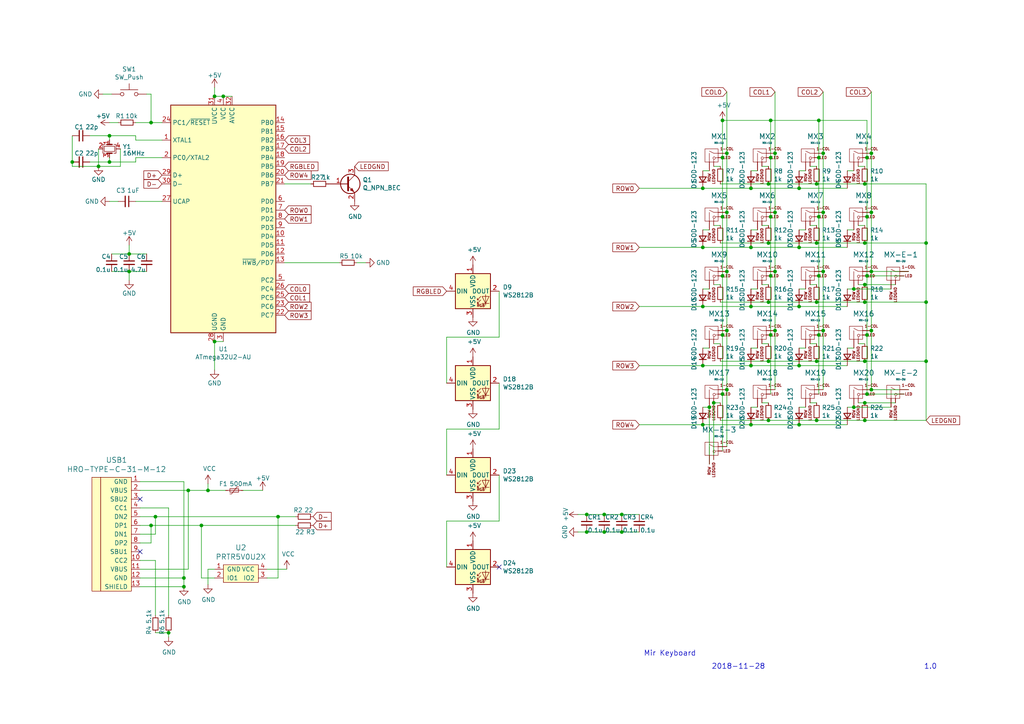
<source format=kicad_sch>
(kicad_sch (version 20230121) (generator eeschema)
  (paper "A4")
  (junction (at 170.18 149.225))
  (junction (at 53.34 170.18))
  (junction (at 54.61 142.24))
  (junction (at 217.805 54.61))
  (junction (at 222.885 121.92))
  (junction (at 180.34 154.305))
  (junction (at 224.79 95.885))
  (junction (at 238.76 95.885))
  (junction (at 222.885 87.63))
  (junction (at 28.575 48.26))
  (junction (at 268.605 87.63))
  (junction (at 231.775 106.045))
  (junction (at 238.76 78.74))
  (junction (at 175.26 154.305))
  (junction (at 250.825 82.55))
  (junction (at 223.52 97.155))
  (junction (at 43.815 152.4))
  (junction (at 217.805 123.19))
  (junction (at 205.74 118.11))
  (junction (at 251.46 80.01))
  (junction (at 180.34 149.225))
  (junction (at 252.73 44.45))
  (junction (at 80.645 149.86))
  (junction (at 236.855 53.34))
  (junction (at 250.825 116.84))
  (junction (at 231.775 88.9))
  (junction (at 251.46 114.3))
  (junction (at 250.825 121.92))
  (junction (at 209.55 62.865))
  (junction (at 252.73 61.595))
  (junction (at 247.65 118.11))
  (junction (at 236.855 70.485))
  (junction (at 223.52 80.01))
  (junction (at 210.82 95.885))
  (junction (at 64.77 27.94))
  (junction (at 268.605 70.485))
  (junction (at 238.76 61.595))
  (junction (at 236.855 104.775))
  (junction (at 209.55 97.155))
  (junction (at 175.26 149.225))
  (junction (at 210.82 113.03))
  (junction (at 224.79 61.595))
  (junction (at 20.955 46.99))
  (junction (at 43.815 35.56))
  (junction (at 237.49 80.01))
  (junction (at 237.49 34.925))
  (junction (at 231.775 54.61))
  (junction (at 210.82 44.45))
  (junction (at 251.46 62.865))
  (junction (at 224.79 44.45))
  (junction (at 252.73 78.74))
  (junction (at 31.75 46.99))
  (junction (at 48.895 183.515))
  (junction (at 217.805 88.9))
  (junction (at 223.52 34.925))
  (junction (at 222.885 70.485))
  (junction (at 268.605 104.775))
  (junction (at 209.55 34.925))
  (junction (at 217.805 71.755))
  (junction (at 251.46 45.72))
  (junction (at 207.01 116.84))
  (junction (at 237.49 97.155))
  (junction (at 210.82 61.595))
  (junction (at 170.18 154.305))
  (junction (at 210.82 78.74))
  (junction (at 222.885 53.34))
  (junction (at 209.55 45.72))
  (junction (at 203.835 71.755))
  (junction (at 238.76 44.45))
  (junction (at 60.325 142.24))
  (junction (at 62.23 99.06))
  (junction (at 247.65 83.82))
  (junction (at 37.465 78.74))
  (junction (at 250.825 87.63))
  (junction (at 31.75 39.37))
  (junction (at 217.805 106.045))
  (junction (at 203.835 88.9))
  (junction (at 251.46 97.155))
  (junction (at 224.79 78.74))
  (junction (at 62.23 27.94))
  (junction (at 237.49 62.865))
  (junction (at 37.465 73.66))
  (junction (at 209.55 114.3))
  (junction (at 252.73 113.03))
  (junction (at 58.42 152.4))
  (junction (at 45.085 149.86))
  (junction (at 53.34 167.64))
  (junction (at 231.775 123.19))
  (junction (at 203.835 54.61))
  (junction (at 203.835 106.045))
  (junction (at 237.49 45.72))
  (junction (at 236.855 87.63))
  (junction (at 250.825 104.775))
  (junction (at 223.52 62.865))
  (junction (at 252.73 95.885))
  (junction (at 203.835 123.19))
  (junction (at 236.855 121.92))
  (junction (at 209.55 80.01))
  (junction (at 223.52 45.72))
  (junction (at 250.825 53.34))
  (junction (at 222.885 104.775))
  (junction (at 250.825 70.485))
  (junction (at 231.775 71.755))
  (no_connect (at 40.64 144.78))
  (no_connect (at 144.78 164.465))
  (no_connect (at 40.64 160.02))
  (wire (pts (xy 208.915 70.485) (xy 222.885 70.485)))
  (wire (pts (xy 217.805 71.755) (xy 231.775 71.755)))
  (wire (pts (xy 250.825 99.695) (xy 248.92 99.695)))
  (wire (pts (xy 245.745 100.965) (xy 247.65 100.965)))
  (wire (pts (xy 224.79 44.45) (xy 224.79 61.595)))
  (wire (pts (xy 258.445 83.82) (xy 247.65 83.82)))
  (wire (pts (xy 210.82 113.03) (xy 210.82 129.54)))
  (wire (pts (xy 231.775 66.675) (xy 233.68 66.675)))
  (wire (pts (xy 203.835 83.82) (xy 205.74 83.82)))
  (wire (pts (xy 223.52 97.155) (xy 223.52 114.3)))
  (wire (pts (xy 217.805 106.045) (xy 203.835 106.045)))
  (wire (pts (xy 245.745 123.19) (xy 231.775 123.19)))
  (wire (pts (xy 144.78 97.79) (xy 129.54 97.79)))
  (wire (pts (xy 45.085 162.56) (xy 45.085 178.435)))
  (wire (pts (xy 210.82 113.03) (xy 210.82 95.885)))
  (wire (pts (xy 144.78 84.455) (xy 144.78 97.79)))
  (wire (pts (xy 43.815 152.4) (xy 40.64 152.4)))
  (wire (pts (xy 40.64 162.56) (xy 45.085 162.56)))
  (wire (pts (xy 222.885 53.34) (xy 236.855 53.34)))
  (wire (pts (xy 129.54 97.79) (xy 129.54 111.125)))
  (wire (pts (xy 62.23 99.06) (xy 64.77 99.06)))
  (wire (pts (xy 231.775 123.19) (xy 217.805 123.19)))
  (wire (pts (xy 40.64 170.18) (xy 53.34 170.18)))
  (wire (pts (xy 231.775 88.9) (xy 217.805 88.9)))
  (wire (pts (xy 54.61 142.24) (xy 54.61 165.1)))
  (wire (pts (xy 129.54 151.13) (xy 129.54 164.465)))
  (wire (pts (xy 224.79 78.74) (xy 224.79 95.885)))
  (wire (pts (xy 82.55 76.2) (xy 98.425 76.2)))
  (wire (pts (xy 236.855 82.55) (xy 234.95 82.55)))
  (wire (pts (xy 203.835 88.9) (xy 185.42 88.9)))
  (wire (pts (xy 209.55 130.81) (xy 209.55 114.3)))
  (wire (pts (xy 223.52 80.01) (xy 223.52 97.155)))
  (wire (pts (xy 53.34 170.18) (xy 53.34 167.64)))
  (wire (pts (xy 58.42 167.64) (xy 58.42 152.4)))
  (wire (pts (xy 245.745 54.61) (xy 231.775 54.61)))
  (wire (pts (xy 203.835 100.965) (xy 205.74 100.965)))
  (wire (pts (xy 46.99 40.64) (xy 39.37 40.64)))
  (wire (pts (xy 236.855 116.84) (xy 234.95 116.84)))
  (wire (pts (xy 250.825 53.34) (xy 268.605 53.34)))
  (wire (pts (xy 245.745 83.82) (xy 247.65 83.82)))
  (wire (pts (xy 237.49 80.01) (xy 237.49 62.865)))
  (wire (pts (xy 40.64 147.32) (xy 48.895 147.32)))
  (wire (pts (xy 223.52 62.865) (xy 223.52 80.01)))
  (wire (pts (xy 231.775 71.755) (xy 245.745 71.755)))
  (wire (pts (xy 222.885 70.485) (xy 236.855 70.485)))
  (wire (pts (xy 245.745 49.53) (xy 247.65 49.53)))
  (wire (pts (xy 238.76 95.885) (xy 238.76 78.74)))
  (wire (pts (xy 222.885 65.405) (xy 220.98 65.405)))
  (wire (pts (xy 20.955 46.99) (xy 20.955 48.26)))
  (wire (pts (xy 250.825 70.485) (xy 268.605 70.485)))
  (wire (pts (xy 53.34 167.64) (xy 40.64 167.64)))
  (wire (pts (xy 222.885 104.775) (xy 236.855 104.775)))
  (wire (pts (xy 250.825 48.26) (xy 248.92 48.26)))
  (wire (pts (xy 268.605 121.92) (xy 250.825 121.92)))
  (wire (pts (xy 209.55 34.925) (xy 223.52 34.925)))
  (wire (pts (xy 238.76 44.45) (xy 238.76 26.67)))
  (wire (pts (xy 262.255 114.3) (xy 251.46 114.3)))
  (wire (pts (xy 37.465 81.28) (xy 37.465 78.74)))
  (wire (pts (xy 208.915 87.63) (xy 222.885 87.63)))
  (wire (pts (xy 46.99 45.72) (xy 39.37 45.72)))
  (wire (pts (xy 251.46 97.155) (xy 251.46 114.3)))
  (wire (pts (xy 222.885 116.84) (xy 220.98 116.84)))
  (wire (pts (xy 54.61 142.24) (xy 60.325 142.24)))
  (wire (pts (xy 252.73 95.885) (xy 252.73 78.74)))
  (wire (pts (xy 80.645 167.64) (xy 80.645 149.86)))
  (wire (pts (xy 62.23 167.64) (xy 58.42 167.64)))
  (wire (pts (xy 210.82 78.74) (xy 210.82 61.595)))
  (wire (pts (xy 31.75 39.37) (xy 31.75 40.64)))
  (wire (pts (xy 237.49 34.925) (xy 251.46 34.925)))
  (wire (pts (xy 60.325 165.1) (xy 62.23 165.1)))
  (wire (pts (xy 236.855 121.92) (xy 222.885 121.92)))
  (wire (pts (xy 45.085 149.86) (xy 80.645 149.86)))
  (wire (pts (xy 210.82 44.45) (xy 210.82 26.67)))
  (wire (pts (xy 209.55 62.865) (xy 209.55 45.72)))
  (wire (pts (xy 238.76 113.03) (xy 238.76 95.885)))
  (wire (pts (xy 80.645 167.64) (xy 77.47 167.64)))
  (wire (pts (xy 90.17 53.34) (xy 82.55 53.34)))
  (wire (pts (xy 106.045 76.2) (xy 103.505 76.2)))
  (wire (pts (xy 208.915 104.775) (xy 222.885 104.775)))
  (wire (pts (xy 46.99 35.56) (xy 43.815 35.56)))
  (wire (pts (xy 236.855 53.34) (xy 250.825 53.34)))
  (wire (pts (xy 43.815 152.4) (xy 58.42 152.4)))
  (wire (pts (xy 175.26 149.225) (xy 180.34 149.225)))
  (wire (pts (xy 245.745 66.675) (xy 247.65 66.675)))
  (wire (pts (xy 207.01 116.84) (xy 207.01 133.35)))
  (wire (pts (xy 268.605 104.775) (xy 268.605 121.92)))
  (wire (pts (xy 54.61 165.1) (xy 40.64 165.1)))
  (wire (pts (xy 217.805 49.53) (xy 219.71 49.53)))
  (wire (pts (xy 144.78 151.13) (xy 129.54 151.13)))
  (wire (pts (xy 210.82 95.885) (xy 210.82 78.74)))
  (wire (pts (xy 262.255 80.01) (xy 251.46 80.01)))
  (wire (pts (xy 20.955 39.37) (xy 20.955 46.99)))
  (wire (pts (xy 236.855 48.26) (xy 234.95 48.26)))
  (wire (pts (xy 209.55 45.72) (xy 209.55 34.925)))
  (wire (pts (xy 26.035 46.99) (xy 31.75 46.99)))
  (wire (pts (xy 258.445 118.11) (xy 247.65 118.11)))
  (wire (pts (xy 29.845 27.305) (xy 32.385 27.305)))
  (wire (pts (xy 224.79 26.67) (xy 224.79 44.45)))
  (wire (pts (xy 217.805 83.82) (xy 219.71 83.82)))
  (wire (pts (xy 222.885 48.26) (xy 220.98 48.26)))
  (wire (pts (xy 224.79 61.595) (xy 224.79 78.74)))
  (wire (pts (xy 217.805 118.11) (xy 219.71 118.11)))
  (wire (pts (xy 180.34 149.225) (xy 185.42 149.225)))
  (wire (pts (xy 31.75 35.56) (xy 34.29 35.56)))
  (wire (pts (xy 223.52 34.925) (xy 237.49 34.925)))
  (wire (pts (xy 40.64 157.48) (xy 43.815 157.48)))
  (wire (pts (xy 231.775 54.61) (xy 217.805 54.61)))
  (wire (pts (xy 203.835 54.61) (xy 185.42 54.61)))
  (wire (pts (xy 62.23 107.315) (xy 62.23 99.06)))
  (wire (pts (xy 236.855 65.405) (xy 234.95 65.405)))
  (wire (pts (xy 32.385 78.74) (xy 37.465 78.74)))
  (wire (pts (xy 222.885 82.55) (xy 220.98 82.55)))
  (wire (pts (xy 231.775 49.53) (xy 233.68 49.53)))
  (wire (pts (xy 231.775 106.045) (xy 217.805 106.045)))
  (wire (pts (xy 250.825 82.55) (xy 248.92 82.55)))
  (wire (pts (xy 175.26 154.305) (xy 180.34 154.305)))
  (wire (pts (xy 222.885 87.63) (xy 236.855 87.63)))
  (wire (pts (xy 203.835 71.755) (xy 217.805 71.755)))
  (wire (pts (xy 237.49 45.72) (xy 237.49 34.925)))
  (wire (pts (xy 180.34 154.305) (xy 185.42 154.305)))
  (wire (pts (xy 203.835 66.675) (xy 205.74 66.675)))
  (wire (pts (xy 60.325 142.24) (xy 65.405 142.24)))
  (wire (pts (xy 223.52 34.925) (xy 223.52 45.72)))
  (wire (pts (xy 252.73 61.595) (xy 252.73 44.45)))
  (wire (pts (xy 236.855 87.63) (xy 250.825 87.63)))
  (wire (pts (xy 238.76 61.595) (xy 238.76 44.45)))
  (wire (pts (xy 223.52 45.72) (xy 223.52 62.865)))
  (wire (pts (xy 250.825 87.63) (xy 268.605 87.63)))
  (wire (pts (xy 64.77 27.94) (xy 67.31 27.94)))
  (wire (pts (xy 217.805 100.965) (xy 219.71 100.965)))
  (wire (pts (xy 60.325 140.335) (xy 60.325 142.24)))
  (wire (pts (xy 144.78 111.125) (xy 144.78 124.46)))
  (wire (pts (xy 252.73 113.03) (xy 252.73 95.885)))
  (wire (pts (xy 251.46 62.865) (xy 251.46 80.01)))
  (wire (pts (xy 208.915 99.695) (xy 207.01 99.695)))
  (wire (pts (xy 28.575 43.18) (xy 28.575 48.26)))
  (wire (pts (xy 144.78 137.795) (xy 144.78 151.13)))
  (wire (pts (xy 34.925 48.26) (xy 34.925 43.18)))
  (wire (pts (xy 45.085 149.86) (xy 45.085 154.94)))
  (wire (pts (xy 237.49 114.3) (xy 237.49 97.155)))
  (wire (pts (xy 209.55 97.155) (xy 209.55 80.01)))
  (wire (pts (xy 62.23 27.94) (xy 64.77 27.94)))
  (wire (pts (xy 45.085 154.94) (xy 40.64 154.94)))
  (wire (pts (xy 237.49 97.155) (xy 237.49 80.01)))
  (wire (pts (xy 268.605 87.63) (xy 268.605 104.775)))
  (wire (pts (xy 245.745 88.9) (xy 231.775 88.9)))
  (wire (pts (xy 238.76 78.74) (xy 238.76 61.595)))
  (wire (pts (xy 231.775 100.965) (xy 233.68 100.965)))
  (wire (pts (xy 205.74 134.62) (xy 205.74 118.11)))
  (wire (pts (xy 31.75 45.72) (xy 31.75 46.99)))
  (wire (pts (xy 43.815 35.56) (xy 39.37 35.56)))
  (wire (pts (xy 42.545 27.305) (xy 43.815 27.305)))
  (wire (pts (xy 208.915 53.34) (xy 222.885 53.34)))
  (wire (pts (xy 208.915 65.405) (xy 207.01 65.405)))
  (wire (pts (xy 237.49 62.865) (xy 237.49 45.72)))
  (wire (pts (xy 53.34 139.7) (xy 53.34 167.64)))
  (wire (pts (xy 26.035 39.37) (xy 31.75 39.37)))
  (wire (pts (xy 45.085 183.515) (xy 48.895 183.515)))
  (wire (pts (xy 39.37 58.42) (xy 46.99 58.42)))
  (wire (pts (xy 208.915 82.55) (xy 207.01 82.55)))
  (wire (pts (xy 252.73 78.74) (xy 263.525 78.74)))
  (wire (pts (xy 250.825 82.55) (xy 259.715 82.55)))
  (wire (pts (xy 31.75 58.42) (xy 34.29 58.42)))
  (wire (pts (xy 58.42 152.4) (xy 85.725 152.4)))
  (wire (pts (xy 210.82 61.595) (xy 210.82 44.45)))
  (wire (pts (xy 39.37 45.72) (xy 39.37 46.99)))
  (wire (pts (xy 144.78 124.46) (xy 129.54 124.46)))
  (wire (pts (xy 167.64 154.305) (xy 170.18 154.305)))
  (wire (pts (xy 40.64 149.86) (xy 45.085 149.86)))
  (wire (pts (xy 203.835 49.53) (xy 205.74 49.53)))
  (wire (pts (xy 268.605 53.34) (xy 268.605 70.485)))
  (wire (pts (xy 70.485 142.24) (xy 76.2 142.24)))
  (wire (pts (xy 217.805 54.61) (xy 203.835 54.61)))
  (wire (pts (xy 31.75 39.37) (xy 39.37 39.37)))
  (wire (pts (xy 245.745 118.11) (xy 247.65 118.11)))
  (wire (pts (xy 37.465 73.66) (xy 42.545 73.66)))
  (wire (pts (xy 222.885 99.695) (xy 220.98 99.695)))
  (wire (pts (xy 48.895 184.785) (xy 48.895 183.515)))
  (wire (pts (xy 39.37 40.64) (xy 39.37 39.37)))
  (wire (pts (xy 62.23 25.4) (xy 62.23 27.94)))
  (wire (pts (xy 37.465 71.12) (xy 37.465 73.66)))
  (wire (pts (xy 231.775 118.11) (xy 233.68 118.11)))
  (wire (pts (xy 250.825 116.84) (xy 248.92 116.84)))
  (wire (pts (xy 217.805 123.19) (xy 203.835 123.19)))
  (wire (pts (xy 80.645 149.86) (xy 85.725 149.86)))
  (wire (pts (xy 170.18 154.305) (xy 175.26 154.305)))
  (wire (pts (xy 224.79 95.885) (xy 224.79 113.03)))
  (wire (pts (xy 251.46 45.72) (xy 251.46 62.865)))
  (wire (pts (xy 48.895 147.32) (xy 48.895 178.435)))
  (wire (pts (xy 32.385 73.66) (xy 37.465 73.66)))
  (wire (pts (xy 250.825 104.775) (xy 268.605 104.775)))
  (wire (pts (xy 209.55 80.01) (xy 209.55 62.865)))
  (wire (pts (xy 208.915 48.26) (xy 207.01 48.26)))
  (wire (pts (xy 236.855 104.775) (xy 250.825 104.775)))
  (wire (pts (xy 43.815 27.305) (xy 43.815 35.56)))
  (wire (pts (xy 209.55 114.3) (xy 209.55 97.155)))
  (wire (pts (xy 252.73 44.45) (xy 252.73 26.67)))
  (wire (pts (xy 231.775 83.82) (xy 233.68 83.82)))
  (wire (pts (xy 217.805 66.675) (xy 219.71 66.675)))
  (wire (pts (xy 252.73 113.03) (xy 263.525 113.03)))
  (wire (pts (xy 217.805 88.9) (xy 203.835 88.9)))
  (wire (pts (xy 170.18 149.225) (xy 175.26 149.225)))
  (wire (pts (xy 222.885 121.92) (xy 208.915 121.92)))
  (wire (pts (xy 31.75 46.99) (xy 39.37 46.99)))
  (wire (pts (xy 20.955 48.26) (xy 28.575 48.26)))
  (wire (pts (xy 250.825 116.84) (xy 259.715 116.84)))
  (wire (pts (xy 185.42 71.755) (xy 203.835 71.755)))
  (wire (pts (xy 167.64 149.225) (xy 170.18 149.225)))
  (wire (pts (xy 203.835 123.19) (xy 185.42 123.19)))
  (wire (pts (xy 251.46 80.01) (xy 251.46 97.155)))
  (wire (pts (xy 236.855 70.485) (xy 250.825 70.485)))
  (wire (pts (xy 43.815 157.48) (xy 43.815 152.4)))
  (wire (pts (xy 60.325 169.545) (xy 60.325 165.1)))
  (wire (pts (xy 28.575 48.26) (xy 34.925 48.26)))
  (wire (pts (xy 250.825 121.92) (xy 236.855 121.92)))
  (wire (pts (xy 236.855 99.695) (xy 234.95 99.695)))
  (wire (pts (xy 268.605 70.485) (xy 268.605 87.63)))
  (wire (pts (xy 203.835 118.11) (xy 205.74 118.11)))
  (wire (pts (xy 250.825 65.405) (xy 248.92 65.405)))
  (wire (pts (xy 37.465 78.74) (xy 42.545 78.74)))
  (wire (pts (xy 40.64 139.7) (xy 53.34 139.7)))
  (wire (pts (xy 40.64 142.24) (xy 54.61 142.24)))
  (wire (pts (xy 203.835 106.045) (xy 185.42 106.045)))
  (wire (pts (xy 129.54 124.46) (xy 129.54 137.795)))
  (wire (pts (xy 252.73 78.74) (xy 252.73 61.595)))
  (wire (pts (xy 245.745 106.045) (xy 231.775 106.045)))
  (wire (pts (xy 83.185 165.1) (xy 77.47 165.1)))
  (wire (pts (xy 251.46 34.925) (xy 251.46 45.72)))
  (wire (pts (xy 208.915 116.84) (xy 207.01 116.84)))
  (text "Mir Keyboard\n" (at 186.69 190.5 0) (effects (font (size 1.524 1.524)) (justify left bottom)))
  (text "2018-11-28" (at 206.375 194.31 0) (effects (font (size 1.524 1.524)) (justify left bottom)))
  (text "1.0" (at 267.97 194.31 0) (effects (font (size 1.524 1.524)) (justify left bottom)))
  (global_label "COL2" (shape input) (at 238.76 26.67 180) (property "Intersheetrefs" "${INTERSHEET_REFS}" (effects hide)))
  (global_label "COL1" (shape input) (at 224.79 26.67 180) (property "Intersheetrefs" "${INTERSHEET_REFS}" (effects hide)))
  (global_label "COL2" (shape input) (at 82.55 43.18 0) (property "Intersheetrefs" "${INTERSHEET_REFS}" (effects hide)))
  (global_label "D-" (shape input) (at 46.99 53.34 180) (property "Intersheetrefs" "${INTERSHEET_REFS}" (effects hide)))
  (global_label "ROW0" (shape input) (at 82.55 60.96 0) (property "Intersheetrefs" "${INTERSHEET_REFS}" (effects hide)))
  (global_label "ROW1" (shape input) (at 185.42 71.755 180) (property "Intersheetrefs" "${INTERSHEET_REFS}" (effects hide)))
  (global_label "RGBLED" (shape input) (at 129.54 84.455 180) (property "Intersheetrefs" "${INTERSHEET_REFS}" (effects hide)))
  (global_label "D+" (shape input) (at 46.99 50.8 180) (property "Intersheetrefs" "${INTERSHEET_REFS}" (effects hide)))
  (global_label "ROW2" (shape input) (at 82.55 88.9 0) (property "Intersheetrefs" "${INTERSHEET_REFS}" (effects hide)))
  (global_label "COL0" (shape input) (at 82.55 83.82 0) (property "Intersheetrefs" "${INTERSHEET_REFS}" (effects hide)))
  (global_label "D+" (shape input) (at 90.805 152.4 0) (property "Intersheetrefs" "${INTERSHEET_REFS}" (effects hide)))
  (global_label "ROW4" (shape input) (at 185.42 123.19 180) (property "Intersheetrefs" "${INTERSHEET_REFS}" (effects hide)))
  (global_label "COL3" (shape input) (at 252.73 26.67 180) (property "Intersheetrefs" "${INTERSHEET_REFS}" (effects hide)))
  (global_label "ROW3" (shape input) (at 185.42 106.045 180) (property "Intersheetrefs" "${INTERSHEET_REFS}" (effects hide)))
  (global_label "COL3" (shape input) (at 82.55 40.64 0) (property "Intersheetrefs" "${INTERSHEET_REFS}" (effects hide)))
  (global_label "COL1" (shape input) (at 82.55 86.36 0) (property "Intersheetrefs" "${INTERSHEET_REFS}" (effects hide)))
  (global_label "ROW3" (shape input) (at 82.55 91.44 0) (property "Intersheetrefs" "${INTERSHEET_REFS}" (effects hide)))
  (global_label "COL0" (shape input) (at 210.82 26.67 180) (property "Intersheetrefs" "${INTERSHEET_REFS}" (effects hide)))
  (global_label "RGBLED" (shape input) (at 82.55 48.26 0) (property "Intersheetrefs" "${INTERSHEET_REFS}" (effects hide)))
  (global_label "ROW2" (shape input) (at 185.42 88.9 180) (property "Intersheetrefs" "${INTERSHEET_REFS}" (effects hide)))
  (global_label "ROW0" (shape input) (at 185.42 54.61 180) (property "Intersheetrefs" "${INTERSHEET_REFS}" (effects hide)))
  (global_label "D-" (shape input) (at 90.805 149.86 0) (property "Intersheetrefs" "${INTERSHEET_REFS}" (effects hide)))
  (global_label "LEDGND" (shape input) (at 268.605 121.92 0) (property "Intersheetrefs" "${INTERSHEET_REFS}" (effects hide)))
  (global_label "ROW4" (shape input) (at 82.55 50.8 0) (property "Intersheetrefs" "${INTERSHEET_REFS}" (effects hide)))
  (global_label "ROW1" (shape input) (at 82.55 63.5 0) (property "Intersheetrefs" "${INTERSHEET_REFS}" (effects hide)))
  (global_label "LEDGND" (shape input) (at 102.87 48.26 0) (property "Intersheetrefs" "${INTERSHEET_REFS}" (effects hide)))
  (symbol (lib_id "Voyager20-rescue:Crystal_GND24_Small-Device") (at 31.75 43.18 270) (unit 1)
    (property "Reference" "Y1" (at 35.56 42.545 90) (effects (justify left)))
    (property "Value" "16MHz" (at 35.56 44.45 90) (effects (justify left)))
    (property "Footprint" "Crystals:Crystal_SMD_3225-4pin_3.2x2.5mm" (effects hide))
  )
  (symbol (lib_id "Device:C_Small") (at 23.495 39.37 270) (unit 1)
    (property "Reference" "C1" (at 21.59 36.83 90) (effects (justify left)))
    (property "Value" "22p" (at 24.765 36.83 90) (effects (justify left)))
    (property "Footprint" "Capacitors_SMD:C_0603" (effects hide))
  )
  (symbol (lib_id "Device:C_Small") (at 23.495 46.99 270) (unit 1)
    (property "Reference" "C2" (at 21.59 44.45 90) (effects (justify left)))
    (property "Value" "22p" (at 24.765 44.45 90) (effects (justify left)))
    (property "Footprint" "Capacitors_SMD:C_0603" (effects hide))
  )
  (symbol (lib_id "power:GND") (at 28.575 48.26 0) (unit 1)
    (property "Reference" "#PWR01" (effects hide))
    (property "Value" "GND" (at 28.575 52.07 0))
  )
  (symbol (lib_id "Device:R_Small") (at 36.83 35.56 90) (unit 1)
    (property "Reference" "R1" (at 36.195 33.655 90) (effects (justify left)))
    (property "Value" "10k" (at 40.005 33.655 90) (effects (justify left)))
    (property "Footprint" "Resistors_SMD:R_0805" (effects hide))
  )
  (symbol (lib_id "power:+5V") (at 31.75 35.56 90) (unit 1)
    (property "Reference" "#PWR03" (effects hide))
    (property "Value" "+5V" (at 29.845 33.655 90))
  )
  (symbol (lib_id "Device:C_Small") (at 36.83 58.42 270) (unit 1)
    (property "Reference" "C3" (at 33.655 55.245 90) (effects (justify left)))
    (property "Value" "1uF" (at 36.83 55.245 90) (effects (justify left)))
    (property "Footprint" "Capacitors_SMD:C_0603" (effects hide))
  )
  (symbol (lib_id "power:GND") (at 31.75 58.42 270) (unit 1)
    (property "Reference" "#PWR04" (effects hide))
    (property "Value" "GND" (at 26.67 58.42 90))
  )
  (symbol (lib_id "Device:R_Small") (at 88.265 149.86 270) (unit 1)
    (property "Reference" "R2" (at 85.09 147.955 90) (effects (justify left)))
    (property "Value" "22" (at 88.265 147.955 90) (effects (justify left)))
    (property "Footprint" "Resistors_SMD:R_0805" (effects hide))
  )
  (symbol (lib_id "Device:R_Small") (at 88.265 152.4 90) (unit 1)
    (property "Reference" "R3" (at 91.44 154.305 90) (effects (justify left)))
    (property "Value" "22" (at 88.265 154.305 90) (effects (justify left)))
    (property "Footprint" "Resistors_SMD:R_0805" (effects hide))
  )
  (symbol (lib_id "Device:Polyfuse_Small") (at 67.945 142.24 270) (unit 1)
    (property "Reference" "F1" (at 64.77 140.335 90))
    (property "Value" "500mA" (at 69.85 140.335 90))
    (property "Footprint" "Fuse_Holders_and_Fuses:Fuse_SMD1206_Reflow" (effects hide))
  )
  (symbol (lib_id "power:+5V") (at 76.2 142.24 0) (unit 1)
    (property "Reference" "#PWR08" (effects hide))
    (property "Value" "+5V" (at 76.2 138.684 0))
  )
  (symbol (lib_id "power:GND") (at 62.23 107.315 0) (unit 1)
    (property "Reference" "#PWR010" (effects hide))
    (property "Value" "GND" (at 62.23 111.125 0))
  )
  (symbol (lib_id "power:+5V") (at 62.23 25.4 0) (unit 1)
    (property "Reference" "#PWR011" (effects hide))
    (property "Value" "+5V" (at 62.23 21.844 0))
  )
  (symbol (lib_id "Device:R_Small") (at 100.965 76.2 270) (unit 1)
    (property "Reference" "R5" (at 98.425 74.295 90) (effects (justify left)))
    (property "Value" "10k" (at 101.6 74.295 90) (effects (justify left)))
    (property "Footprint" "Resistors_SMD:R_0805" (effects hide))
  )
  (symbol (lib_id "power:GND") (at 106.045 76.2 90) (unit 1)
    (property "Reference" "#PWR013" (effects hide))
    (property "Value" "GND" (at 111.125 76.2 90))
  )
  (symbol (lib_id "Device:C_Small") (at 32.385 76.2 0) (mirror y) (unit 1)
    (property "Reference" "C4" (at 32.131 74.422 0) (effects (justify left)))
    (property "Value" "0.1u" (at 32.131 78.232 0) (effects (justify left)))
    (property "Footprint" "Capacitors_SMD:C_0603" (effects hide))
  )
  (symbol (lib_id "Device:C_Small") (at 37.465 76.2 0) (mirror y) (unit 1)
    (property "Reference" "C5" (at 37.211 74.422 0) (effects (justify left)))
    (property "Value" "0.1u" (at 37.211 78.232 0) (effects (justify left)))
    (property "Footprint" "Capacitors_SMD:C_0603" (effects hide))
  )
  (symbol (lib_id "Device:C_Small") (at 42.545 76.2 0) (mirror y) (unit 1)
    (property "Reference" "C6" (at 42.291 74.422 0) (effects (justify left)))
    (property "Value" "4.7u" (at 42.291 78.232 0) (effects (justify left)))
    (property "Footprint" "Capacitors_SMD:C_0603" (effects hide))
  )
  (symbol (lib_id "power:+5V") (at 37.465 71.12 0) (unit 1)
    (property "Reference" "#PWR022" (effects hide))
    (property "Value" "+5V" (at 37.465 67.564 0))
  )
  (symbol (lib_id "power:GND") (at 37.465 81.28 0) (unit 1)
    (property "Reference" "#PWR023" (effects hide))
    (property "Value" "GND" (at 37.465 85.09 0))
  )
  (symbol (lib_id "power:GND") (at 29.845 27.305 270) (unit 1)
    (property "Reference" "#PWR024" (effects hide))
    (property "Value" "GND" (at 24.765 27.305 90))
  )
  (symbol (lib_id "Device:C_Small") (at 170.18 151.765 0) (unit 1)
    (property "Reference" "CR1" (at 170.434 149.987 0) (effects (justify left)))
    (property "Value" "0.1u" (at 170.434 153.797 0) (effects (justify left)))
    (property "Footprint" "Capacitors_SMD:C_0603" (effects hide))
  )
  (symbol (lib_id "Device:C_Small") (at 175.26 151.765 0) (unit 1)
    (property "Reference" "CR2" (at 175.514 149.987 0) (effects (justify left)))
    (property "Value" "0.1u" (at 175.514 153.797 0) (effects (justify left)))
    (property "Footprint" "Capacitors_SMD:C_0603" (effects hide))
  )
  (symbol (lib_id "Device:C_Small") (at 180.34 151.765 0) (unit 1)
    (property "Reference" "CR3" (at 180.594 149.987 0) (effects (justify left)))
    (property "Value" "0.1u" (at 180.594 153.797 0) (effects (justify left)))
    (property "Footprint" "Capacitors_SMD:C_0603" (effects hide))
  )
  (symbol (lib_id "Device:C_Small") (at 185.42 151.765 0) (unit 1)
    (property "Reference" "CR4" (at 185.674 149.987 0) (effects (justify left)))
    (property "Value" "0.1u" (at 185.674 153.797 0) (effects (justify left)))
    (property "Footprint" "Capacitors_SMD:C_0603" (effects hide))
  )
  (symbol (lib_id "power:+5V") (at 167.64 149.225 90) (unit 1)
    (property "Reference" "#PWR018" (effects hide))
    (property "Value" "+5V" (at 164.084 149.225 0))
  )
  (symbol (lib_id "power:GND") (at 167.64 154.305 270) (unit 1)
    (property "Reference" "#PWR019" (effects hide))
    (property "Value" "GND" (at 163.83 154.305 0))
  )
  (symbol (lib_id "Voyager20-rescue:HRO-TYPE-C-31-M-12-Type-C") (at 38.1 153.67 0) (unit 1)
    (property "Reference" "USB1" (at 33.8074 133.4262 0) (effects (font (size 1.524 1.524))))
    (property "Value" "HRO-TYPE-C-31-M-12" (at 33.8074 136.1186 0) (effects (font (size 1.524 1.524))))
    (property "Footprint" "Type-C:HRO-TYPE-C-31-M-12-Assembly" (effects hide))
  )
  (symbol (lib_id "Device:R_Small") (at 45.085 180.975 0) (unit 1)
    (property "Reference" "R4" (at 43.18 184.15 90) (effects (justify left)))
    (property "Value" "5.1k" (at 43.18 180.975 90) (effects (justify left)))
    (property "Footprint" "Resistors_SMD:R_0805" (effects hide))
  )
  (symbol (lib_id "Device:R_Small") (at 48.895 180.975 0) (unit 1)
    (property "Reference" "R6" (at 46.99 184.15 90) (effects (justify left)))
    (property "Value" "5.1k" (at 46.99 180.975 90) (effects (justify left)))
    (property "Footprint" "Resistors_SMD:R_0805" (effects hide))
  )
  (symbol (lib_id "ai03-locallib:PRTR5V0U2X") (at 69.85 166.37 0) (unit 1)
    (property "Reference" "U2" (at 69.85 158.8262 0) (effects (font (size 1.524 1.524))))
    (property "Value" "PRTR5V0U2X" (at 69.85 161.5186 0) (effects (font (size 1.524 1.524))))
    (property "Footprint" "random-keyboard-parts:SOT143B" (effects hide))
  )
  (symbol (lib_id "power:GND") (at 60.325 169.545 0) (unit 1)
    (property "Reference" "#PWR0101" (effects hide))
    (property "Value" "GND" (at 60.452 173.9392 0))
  )
  (symbol (lib_id "power:VCC") (at 83.185 165.1 0) (unit 1)
    (property "Reference" "#PWR0102" (effects hide))
    (property "Value" "VCC" (at 83.6168 160.7058 0))
  )
  (symbol (lib_id "power:VCC") (at 60.325 140.335 0) (unit 1)
    (property "Reference" "#PWR0103" (effects hide))
    (property "Value" "VCC" (at 60.7568 135.9408 0))
  )
  (symbol (lib_id "power:GND") (at 48.895 184.785 0) (unit 1)
    (property "Reference" "#PWR0104" (effects hide))
    (property "Value" "GND" (at 49.022 189.1792 0))
  )
  (symbol (lib_id "power:GND") (at 53.34 170.18 0) (unit 1)
    (property "Reference" "#PWR0105" (effects hide))
    (property "Value" "GND" (at 53.467 174.5742 0))
  )
  (symbol (lib_id "Voyager20-rescue:ATmega32U2-AU-MCU_Microchip_ATmega") (at 64.77 63.5 0) (unit 1)
    (property "Reference" "U1" (at 64.77 101.2444 0))
    (property "Value" "ATmega32U2-AU" (at 64.77 103.5558 0))
    (property "Footprint" "Housings_DFN_QFN:QFN-32-1EP_5x5mm_Pitch0.5mm" (effects hide))
    (property "Datasheet" "http://ww1.microchip.com/downloads/en/DeviceDoc/doc7799.pdf" (effects hide))
  )
  (symbol (lib_id "Switch:SW_Push") (at 37.465 27.305 0) (unit 1)
    (property "Reference" "SW1" (at 37.465 20.066 0))
    (property "Value" "SW_Push" (at 37.465 22.3774 0))
    (property "Footprint" "random-keyboard-parts:SKQG-1155865" (effects hide))
  )
  (symbol (lib_id "Voyager20-rescue:MX-1U-MX_Alps_Hybrids") (at 206.375 45.085 0) (unit 1)
    (property "Reference" "MX1" (at 208.5594 39.5732 0) (effects (font (size 1.524 1.524))))
    (property "Value" "MX-1U" (at 208.5594 41.4528 0) (effects (font (size 0.508 0.508))))
    (property "Footprint" "MX_Alps_Hybrid:MX-1U" (effects hide))
  )
  (symbol (lib_id "Device:D_Small") (at 203.835 52.07 90) (unit 1)
    (property "Reference" "D1" (at 201.295 52.07 0) (effects (justify right)))
    (property "Value" "SOD-123" (at 201.295 43.815 0) (effects (justify right)))
    (property "Footprint" "Diodes_SMD:D_SOD-123" (effects hide))
  )
  (symbol (lib_id "Device:R_Small") (at 208.915 50.8 0) (unit 1)
    (property "Reference" "R7" (at 210.4136 49.6316 0) (effects (justify left)))
    (property "Value" "1k" (at 210.4136 51.943 0) (effects (justify left)))
    (property "Footprint" "Resistors_SMD:R_0805" (effects hide))
  )
  (symbol (lib_id "Voyager20-rescue:MX-1U-MX_Alps_Hybrids") (at 220.345 45.085 0) (unit 1)
    (property "Reference" "MX2" (at 222.5294 39.5732 0) (effects (font (size 1.524 1.524))))
    (property "Value" "MX-1U" (at 222.5294 41.4528 0) (effects (font (size 0.508 0.508))))
    (property "Footprint" "MX_Alps_Hybrid:MX-1U" (effects hide))
  )
  (symbol (lib_id "Device:D_Small") (at 217.805 52.07 90) (unit 1)
    (property "Reference" "D2" (at 215.265 52.07 0) (effects (justify right)))
    (property "Value" "SOD-123" (at 215.265 43.815 0) (effects (justify right)))
    (property "Footprint" "Diodes_SMD:D_SOD-123" (effects hide))
  )
  (symbol (lib_id "Device:R_Small") (at 222.885 50.8 0) (unit 1)
    (property "Reference" "R8" (at 224.3836 49.6316 0) (effects (justify left)))
    (property "Value" "1k" (at 224.3836 51.943 0) (effects (justify left)))
    (property "Footprint" "Resistors_SMD:R_0805" (effects hide))
  )
  (symbol (lib_id "Voyager20-rescue:MX-1U-MX_Alps_Hybrids") (at 234.315 45.085 0) (unit 1)
    (property "Reference" "MX3" (at 236.4994 39.5732 0) (effects (font (size 1.524 1.524))))
    (property "Value" "MX-1U" (at 236.4994 41.4528 0) (effects (font (size 0.508 0.508))))
    (property "Footprint" "MX_Alps_Hybrid:MX-1U" (effects hide))
  )
  (symbol (lib_id "Device:D_Small") (at 231.775 52.07 90) (unit 1)
    (property "Reference" "D3" (at 229.235 52.07 0) (effects (justify right)))
    (property "Value" "SOD-123" (at 229.235 43.815 0) (effects (justify right)))
    (property "Footprint" "Diodes_SMD:D_SOD-123" (effects hide))
  )
  (symbol (lib_id "Device:R_Small") (at 236.855 50.8 0) (unit 1)
    (property "Reference" "R9" (at 238.3536 49.6316 0) (effects (justify left)))
    (property "Value" "1k" (at 238.3536 51.943 0) (effects (justify left)))
    (property "Footprint" "Resistors_SMD:R_0805" (effects hide))
  )
  (symbol (lib_id "Voyager20-rescue:MX-1U-MX_Alps_Hybrids") (at 248.285 45.085 0) (unit 1)
    (property "Reference" "MX4" (at 250.4694 39.5732 0) (effects (font (size 1.524 1.524))))
    (property "Value" "MX-1U" (at 250.4694 41.4528 0) (effects (font (size 0.508 0.508))))
    (property "Footprint" "MX_Alps_Hybrid:MX-1U" (effects hide))
  )
  (symbol (lib_id "Device:D_Small") (at 245.745 52.07 90) (unit 1)
    (property "Reference" "D4" (at 243.205 52.07 0) (effects (justify right)))
    (property "Value" "SOD-123" (at 243.205 43.815 0) (effects (justify right)))
    (property "Footprint" "Diodes_SMD:D_SOD-123" (effects hide))
  )
  (symbol (lib_id "Device:R_Small") (at 250.825 50.8 0) (unit 1)
    (property "Reference" "R10" (at 252.3236 49.6316 0) (effects (justify left)))
    (property "Value" "1k" (at 252.3236 51.943 0) (effects (justify left)))
    (property "Footprint" "Resistors_SMD:R_0805" (effects hide))
  )
  (symbol (lib_id "Voyager20-rescue:MX-1U-MX_Alps_Hybrids") (at 206.375 62.23 0) (unit 1)
    (property "Reference" "MX5" (at 208.5594 56.7182 0) (effects (font (size 1.524 1.524))))
    (property "Value" "MX-1U" (at 208.5594 58.5978 0) (effects (font (size 0.508 0.508))))
    (property "Footprint" "MX_Alps_Hybrid:MX-1U" (effects hide))
  )
  (symbol (lib_id "Device:D_Small") (at 203.835 69.215 90) (unit 1)
    (property "Reference" "D5" (at 201.295 69.215 0) (effects (justify right)))
    (property "Value" "SOD-123" (at 201.295 60.96 0) (effects (justify right)))
    (property "Footprint" "Diodes_SMD:D_SOD-123" (effects hide))
  )
  (symbol (lib_id "Device:R_Small") (at 208.915 67.945 0) (unit 1)
    (property "Reference" "R11" (at 210.4136 66.7766 0) (effects (justify left)))
    (property "Value" "1k" (at 210.4136 69.088 0) (effects (justify left)))
    (property "Footprint" "Resistors_SMD:R_0805" (effects hide))
  )
  (symbol (lib_id "Voyager20-rescue:MX-1U-MX_Alps_Hybrids") (at 220.345 62.23 0) (unit 1)
    (property "Reference" "MX6" (at 222.5294 56.7182 0) (effects (font (size 1.524 1.524))))
    (property "Value" "MX-1U" (at 222.5294 58.5978 0) (effects (font (size 0.508 0.508))))
    (property "Footprint" "MX_Alps_Hybrid:MX-1U" (effects hide))
  )
  (symbol (lib_id "Device:D_Small") (at 217.805 69.215 90) (unit 1)
    (property "Reference" "D6" (at 215.265 69.215 0) (effects (justify right)))
    (property "Value" "SOD-123" (at 215.265 60.96 0) (effects (justify right)))
    (property "Footprint" "Diodes_SMD:D_SOD-123" (effects hide))
  )
  (symbol (lib_id "Device:R_Small") (at 222.885 67.945 0) (unit 1)
    (property "Reference" "R12" (at 224.3836 66.7766 0) (effects (justify left)))
    (property "Value" "1k" (at 224.3836 69.088 0) (effects (justify left)))
    (property "Footprint" "Resistors_SMD:R_0805" (effects hide))
  )
  (symbol (lib_id "Voyager20-rescue:MX-1U-MX_Alps_Hybrids") (at 234.315 62.23 0) (unit 1)
    (property "Reference" "MX7" (at 236.4994 56.7182 0) (effects (font (size 1.524 1.524))))
    (property "Value" "MX-1U" (at 236.4994 58.5978 0) (effects (font (size 0.508 0.508))))
    (property "Footprint" "MX_Alps_Hybrid:MX-1U" (effects hide))
  )
  (symbol (lib_id "Device:D_Small") (at 231.775 69.215 90) (unit 1)
    (property "Reference" "D7" (at 229.235 69.215 0) (effects (justify right)))
    (property "Value" "SOD-123" (at 229.235 60.96 0) (effects (justify right)))
    (property "Footprint" "Diodes_SMD:D_SOD-123" (effects hide))
  )
  (symbol (lib_id "Device:R_Small") (at 236.855 67.945 0) (unit 1)
    (property "Reference" "R13" (at 238.3536 66.7766 0) (effects (justify left)))
    (property "Value" "1k" (at 238.3536 69.088 0) (effects (justify left)))
    (property "Footprint" "Resistors_SMD:R_0805" (effects hide))
  )
  (symbol (lib_id "Voyager20-rescue:MX-1U-MX_Alps_Hybrids") (at 248.285 62.23 0) (unit 1)
    (property "Reference" "MX8" (at 250.4694 56.7182 0) (effects (font (size 1.524 1.524))))
    (property "Value" "MX-1U" (at 250.4694 58.5978 0) (effects (font (size 0.508 0.508))))
    (property "Footprint" "MX_Alps_Hybrid:MX-1U" (effects hide))
  )
  (symbol (lib_id "Device:D_Small") (at 245.745 69.215 90) (unit 1)
    (property "Reference" "D8" (at 243.205 69.215 0) (effects (justify right)))
    (property "Value" "SOD-123" (at 243.205 60.96 0) (effects (justify right)))
    (property "Footprint" "Diodes_SMD:D_SOD-123" (effects hide))
  )
  (symbol (lib_id "Device:R_Small") (at 250.825 67.945 0) (unit 1)
    (property "Reference" "R14" (at 252.3236 66.7766 0) (effects (justify left)))
    (property "Value" "1k" (at 252.3236 69.088 0) (effects (justify left)))
    (property "Footprint" "Resistors_SMD:R_0805" (effects hide))
  )
  (symbol (lib_id "Voyager20-rescue:MX-1U-MX_Alps_Hybrids") (at 206.375 79.375 0) (unit 1)
    (property "Reference" "MX9" (at 208.5594 73.8632 0) (effects (font (size 1.524 1.524))))
    (property "Value" "MX-1U" (at 208.5594 75.7428 0) (effects (font (size 0.508 0.508))))
    (property "Footprint" "MX_Alps_Hybrid:MX-1U" (effects hide))
  )
  (symbol (lib_id "Device:D_Small") (at 203.835 86.36 90) (unit 1)
    (property "Reference" "D10" (at 201.295 86.36 0) (effects (justify right)))
    (property "Value" "SOD-123" (at 201.295 78.105 0) (effects (justify right)))
    (property "Footprint" "Diodes_SMD:D_SOD-123" (effects hide))
  )
  (symbol (lib_id "Device:R_Small") (at 208.915 85.09 0) (unit 1)
    (property "Reference" "R15" (at 210.4136 83.9216 0) (effects (justify left)))
    (property "Value" "1k" (at 210.4136 86.233 0) (effects (justify left)))
    (property "Footprint" "Resistors_SMD:R_0805" (effects hide))
  )
  (symbol (lib_id "Voyager20-rescue:MX-1U-MX_Alps_Hybrids") (at 220.345 79.375 0) (unit 1)
    (property "Reference" "MX10" (at 222.5294 73.8632 0) (effects (font (size 1.524 1.524))))
    (property "Value" "MX-1U" (at 222.5294 75.7428 0) (effects (font (size 0.508 0.508))))
    (property "Footprint" "MX_Alps_Hybrid:MX-1U" (effects hide))
  )
  (symbol (lib_id "Device:D_Small") (at 217.805 86.36 90) (unit 1)
    (property "Reference" "D11" (at 215.265 86.36 0) (effects (justify right)))
    (property "Value" "SOD-123" (at 215.265 78.105 0) (effects (justify right)))
    (property "Footprint" "Diodes_SMD:D_SOD-123" (effects hide))
  )
  (symbol (lib_id "Device:R_Small") (at 222.885 85.09 0) (unit 1)
    (property "Reference" "R16" (at 224.3836 83.9216 0) (effects (justify left)))
    (property "Value" "1k" (at 224.3836 86.233 0) (effects (justify left)))
    (property "Footprint" "Resistors_SMD:R_0805" (effects hide))
  )
  (symbol (lib_id "Voyager20-rescue:MX-1U-MX_Alps_Hybrids") (at 234.315 79.375 0) (unit 1)
    (property "Reference" "MX11" (at 236.4994 73.8632 0) (effects (font (size 1.524 1.524))))
    (property "Value" "MX-1U" (at 236.4994 75.7428 0) (effects (font (size 0.508 0.508))))
    (property "Footprint" "MX_Alps_Hybrid:MX-1U" (effects hide))
  )
  (symbol (lib_id "Device:D_Small") (at 231.775 86.36 90) (unit 1)
    (property "Reference" "D12" (at 229.235 86.36 0) (effects (justify right)))
    (property "Value" "SOD-123" (at 229.235 78.105 0) (effects (justify right)))
    (property "Footprint" "Diodes_SMD:D_SOD-123" (effects hide))
  )
  (symbol (lib_id "Device:R_Small") (at 236.855 85.09 0) (unit 1)
    (property "Reference" "R17" (at 238.3536 83.9216 0) (effects (justify left)))
    (property "Value" "1k" (at 238.3536 86.233 0) (effects (justify left)))
    (property "Footprint" "Resistors_SMD:R_0805" (effects hide))
  )
  (symbol (lib_id "Voyager20-rescue:MX-1U-MX_Alps_Hybrids") (at 248.285 79.375 0) (unit 1)
    (property "Reference" "MX12" (at 250.4694 73.8632 0) (effects (font (size 1.524 1.524))))
    (property "Value" "MX-1U" (at 250.4694 75.7428 0) (effects (font (size 0.508 0.508))))
    (property "Footprint" "MX_Alps_Hybrid:MX-1U" (effects hide))
  )
  (symbol (lib_id "Device:D_Small") (at 245.745 86.36 90) (unit 1)
    (property "Reference" "D13" (at 243.205 86.36 0) (effects (justify right)))
    (property "Value" "SOD-123" (at 243.205 78.105 0) (effects (justify right)))
    (property "Footprint" "Diodes_SMD:D_SOD-123" (effects hide))
  )
  (symbol (lib_id "Device:R_Small") (at 250.825 85.09 0) (unit 1)
    (property "Reference" "R18" (at 252.3236 83.9216 0) (effects (justify left)))
    (property "Value" "1k" (at 252.3236 86.233 0) (effects (justify left)))
    (property "Footprint" "Resistors_SMD:R_0805" (effects hide))
  )
  (symbol (lib_id "Voyager20-rescue:MX-1U-MX_Alps_Hybrids") (at 206.375 96.52 0) (unit 1)
    (property "Reference" "MX13" (at 208.5594 91.0082 0) (effects (font (size 1.524 1.524))))
    (property "Value" "MX-1U" (at 208.5594 92.8878 0) (effects (font (size 0.508 0.508))))
    (property "Footprint" "MX_Alps_Hybrid:MX-1U" (effects hide))
  )
  (symbol (lib_id "Device:D_Small") (at 203.835 103.505 90) (unit 1)
    (property "Reference" "D14" (at 201.295 103.505 0) (effects (justify right)))
    (property "Value" "SOD-123" (at 201.295 95.25 0) (effects (justify right)))
    (property "Footprint" "Diodes_SMD:D_SOD-123" (effects hide))
  )
  (symbol (lib_id "Device:R_Small") (at 208.915 102.235 0) (unit 1)
    (property "Reference" "R19" (at 210.4136 101.0666 0) (effects (justify left)))
    (property "Value" "1k" (at 210.4136 103.378 0) (effects (justify left)))
    (property "Footprint" "Resistors_SMD:R_0805" (effects hide))
  )
  (symbol (lib_id "Voyager20-rescue:MX-1U-MX_Alps_Hybrids") (at 220.345 96.52 0) (unit 1)
    (property "Reference" "MX14" (at 222.5294 91.0082 0) (effects (font (size 1.524 1.524))))
    (property "Value" "MX-1U" (at 222.5294 92.8878 0) (effects (font (size 0.508 0.508))))
    (property "Footprint" "MX_Alps_Hybrid:MX-1U" (effects hide))
  )
  (symbol (lib_id "Device:D_Small") (at 217.805 103.505 90) (unit 1)
    (property "Reference" "D15" (at 215.265 103.505 0) (effects (justify right)))
    (property "Value" "SOD-123" (at 215.265 95.25 0) (effects (justify right)))
    (property "Footprint" "Diodes_SMD:D_SOD-123" (effects hide))
  )
  (symbol (lib_id "Device:R_Small") (at 222.885 102.235 0) (unit 1)
    (property "Reference" "R20" (at 224.3836 101.0666 0) (effects (justify left)))
    (property "Value" "1k" (at 224.3836 103.378 0) (effects (justify left)))
    (property "Footprint" "Resistors_SMD:R_0805" (effects hide))
  )
  (symbol (lib_id "Voyager20-rescue:MX-1U-MX_Alps_Hybrids") (at 234.315 96.52 0) (unit 1)
    (property "Reference" "MX15" (at 236.4994 91.0082 0) (effects (font (size 1.524 1.524))))
    (property "Value" "MX-1U" (at 236.4994 92.8878 0) (effects (font (size 0.508 0.508))))
    (property "Footprint" "MX_Alps_Hybrid:MX-1U" (effects hide))
  )
  (symbol (lib_id "Device:D_Small") (at 231.775 103.505 90) (unit 1)
    (property "Reference" "D16" (at 229.235 103.505 0) (effects (justify right)))
    (property "Value" "SOD-123" (at 229.235 95.25 0) (effects (justify right)))
    (property "Footprint" "Diodes_SMD:D_SOD-123" (effects hide))
  )
  (symbol (lib_id "Device:R_Small") (at 236.855 102.235 0) (unit 1)
    (property "Reference" "R21" (at 238.3536 101.0666 0) (effects (justify left)))
    (property "Value" "1k" (at 238.3536 103.378 0) (effects (justify left)))
    (property "Footprint" "Resistors_SMD:R_0805" (effects hide))
  )
  (symbol (lib_id "Voyager20-rescue:MX-1U-MX_Alps_Hybrids") (at 248.285 96.52 0) (unit 1)
    (property "Reference" "MX16" (at 250.4694 91.0082 0) (effects (font (size 1.524 1.524))))
    (property "Value" "MX-1U" (at 250.4694 92.8878 0) (effects (font (size 0.508 0.508))))
    (property "Footprint" "MX_Alps_Hybrid:MX-1U" (effects hide))
  )
  (symbol (lib_id "Device:D_Small") (at 245.745 103.505 90) (unit 1)
    (property "Reference" "D17" (at 243.205 103.505 0) (effects (justify right)))
    (property "Value" "SOD-123" (at 243.205 95.25 0) (effects (justify right)))
    (property "Footprint" "Diodes_SMD:D_SOD-123" (effects hide))
  )
  (symbol (lib_id "Device:R_Small") (at 250.825 102.235 0) (unit 1)
    (property "Reference" "R22" (at 252.3236 101.0666 0) (effects (justify left)))
    (property "Value" "1k" (at 252.3236 103.378 0) (effects (justify left)))
    (property "Footprint" "Resistors_SMD:R_0805" (effects hide))
  )
  (symbol (lib_id "Voyager20-rescue:MX-1U-MX_Alps_Hybrids") (at 206.375 113.665 0) (unit 1)
    (property "Reference" "MX17" (at 208.5594 108.1532 0) (effects (font (size 1.524 1.524))))
    (property "Value" "MX-1U" (at 208.5594 110.0328 0) (effects (font (size 0.508 0.508))))
    (property "Footprint" "MX_Alps_Hybrid:MX-1U" (effects hide))
  )
  (symbol (lib_id "Device:D_Small") (at 203.835 120.65 90) (unit 1)
    (property "Reference" "D19" (at 201.295 120.65 0) (effects (justify right)))
    (property "Value" "SOD-123" (at 201.295 112.395 0) (effects (justify right)))
    (property "Footprint" "Diodes_SMD:D_SOD-123" (effects hide))
  )
  (symbol (lib_id "Device:R_Small") (at 208.915 119.38 0) (unit 1)
    (property "Reference" "R23" (at 210.4136 118.2116 0) (effects (justify left)))
    (property "Value" "1k" (at 210.4136 120.523 0) (effects (justify left)))
    (property "Footprint" "Resistors_SMD:R_0805" (effects hide))
  )
  (symbol (lib_id "Voyager20-rescue:MX-1U-MX_Alps_Hybrids") (at 220.345 113.665 0) (unit 1)
    (property "Reference" "MX18" (at 222.5294 108.1532 0) (effects (font (size 1.524 1.524))))
    (property "Value" "MX-1U" (at 222.5294 110.0328 0) (effects (font (size 0.508 0.508))))
    (property "Footprint" "MX_Alps_Hybrid:MX-1U" (effects hide))
  )
  (symbol (lib_id "Device:D_Small") (at 217.805 120.65 90) (unit 1)
    (property "Reference" "D20" (at 215.265 120.65 0) (effects (justify right)))
    (property "Value" "SOD-123" (at 215.265 112.395 0) (effects (justify right)))
    (property "Footprint" "Diodes_SMD:D_SOD-123" (effects hide))
  )
  (symbol (lib_id "Device:R_Small") (at 222.885 119.38 0) (unit 1)
    (property "Reference" "R24" (at 224.3836 118.2116 0) (effects (justify left)))
    (property "Value" "1k" (at 224.3836 120.523 0) (effects (justify left)))
    (property "Footprint" "Resistors_SMD:R_0805" (effects hide))
  )
  (symbol (lib_id "Voyager20-rescue:MX-1U-MX_Alps_Hybrids") (at 234.315 113.665 0) (unit 1)
    (property "Reference" "MX19" (at 236.4994 108.1532 0) (effects (font (size 1.524 1.524))))
    (property "Value" "MX-1U" (at 236.4994 110.0328 0) (effects (font (size 0.508 0.508))))
    (property "Footprint" "MX_Alps_Hybrid:MX-1U" (effects hide))
  )
  (symbol (lib_id "Device:D_Small") (at 231.775 120.65 90) (unit 1)
    (property "Reference" "D21" (at 229.235 120.65 0) (effects (justify right)))
    (property "Value" "SOD-123" (at 229.235 112.395 0) (effects (justify right)))
    (property "Footprint" "Diodes_SMD:D_SOD-123" (effects hide))
  )
  (symbol (lib_id "Device:R_Small") (at 236.855 119.38 0) (unit 1)
    (property "Reference" "R25" (at 238.3536 118.2116 0) (effects (justify left)))
    (property "Value" "1k" (at 238.3536 120.523 0) (effects (justify left)))
    (property "Footprint" "Resistors_SMD:R_0805" (effects hide))
  )
  (symbol (lib_id "Voyager20-rescue:MX-1U-MX_Alps_Hybrids") (at 248.285 113.665 0) (unit 1)
    (property "Reference" "MX20" (at 250.4694 108.1532 0) (effects (font (size 1.524 1.524))))
    (property "Value" "MX-1U" (at 250.4694 110.0328 0) (effects (font (size 0.508 0.508))))
    (property "Footprint" "MX_Alps_Hybrid:MX-1U" (effects hide))
  )
  (symbol (lib_id "Device:D_Small") (at 245.745 120.65 90) (unit 1)
    (property "Reference" "D22" (at 243.205 120.65 0) (effects (justify right)))
    (property "Value" "SOD-123" (at 243.205 112.395 0) (effects (justify right)))
    (property "Footprint" "Diodes_SMD:D_SOD-123" (effects hide))
  )
  (symbol (lib_id "Device:R_Small") (at 250.825 119.38 0) (unit 1)
    (property "Reference" "R26" (at 252.3236 118.2116 0) (effects (justify left)))
    (property "Value" "1k" (at 252.3236 120.523 0) (effects (justify left)))
    (property "Footprint" "Resistors_SMD:R_0805" (effects hide))
  )
  (symbol (lib_id "power:+5V") (at 209.55 34.925 0) (unit 1)
    (property "Reference" "#PWR0106" (effects hide))
    (property "Value" "+5V" (at 209.931 30.5308 0))
  )
  (symbol (lib_id "LED:WS2812B") (at 137.16 84.455 0) (unit 1)
    (property "Reference" "D9" (at 145.8214 83.2866 0) (effects (justify left)))
    (property "Value" "WS2812B" (at 145.8214 85.598 0) (effects (justify left)))
    (property "Footprint" "LEDs:LED_WS2812B-PLCC4" (effects hide))
    (property "Datasheet" "https://cdn-shop.adafruit.com/datasheets/WS2812B.pdf" (effects hide))
  )
  (symbol (lib_id "power:+5V") (at 137.16 76.835 0) (unit 1)
    (property "Reference" "#PWR0107" (effects hide))
    (property "Value" "+5V" (at 137.541 72.4408 0))
  )
  (symbol (lib_id "power:GND") (at 137.16 92.075 0) (unit 1)
    (property "Reference" "#PWR0108" (effects hide))
    (property "Value" "GND" (at 137.287 96.4692 0))
  )
  (symbol (lib_id "LED:WS2812B") (at 137.16 111.125 0) (unit 1)
    (property "Reference" "D18" (at 145.8214 109.9566 0) (effects (justify left)))
    (property "Value" "WS2812B" (at 145.8214 112.268 0) (effects (justify left)))
    (property "Footprint" "LEDs:LED_WS2812B-PLCC4" (effects hide))
    (property "Datasheet" "https://cdn-shop.adafruit.com/datasheets/WS2812B.pdf" (effects hide))
  )
  (symbol (lib_id "power:+5V") (at 137.16 103.505 0) (unit 1)
    (property "Reference" "#PWR0109" (effects hide))
    (property "Value" "+5V" (at 137.541 99.1108 0))
  )
  (symbol (lib_id "power:GND") (at 137.16 118.745 0) (unit 1)
    (property "Reference" "#PWR0110" (effects hide))
    (property "Value" "GND" (at 137.287 123.1392 0))
  )
  (symbol (lib_id "LED:WS2812B") (at 137.16 137.795 0) (unit 1)
    (property "Reference" "D23" (at 145.8214 136.6266 0) (effects (justify left)))
    (property "Value" "WS2812B" (at 145.8214 138.938 0) (effects (justify left)))
    (property "Footprint" "LEDs:LED_WS2812B-PLCC4" (effects hide))
    (property "Datasheet" "https://cdn-shop.adafruit.com/datasheets/WS2812B.pdf" (effects hide))
  )
  (symbol (lib_id "power:+5V") (at 137.16 130.175 0) (unit 1)
    (property "Reference" "#PWR0111" (effects hide))
    (property "Value" "+5V" (at 137.541 125.7808 0))
  )
  (symbol (lib_id "power:GND") (at 137.16 145.415 0) (unit 1)
    (property "Reference" "#PWR0112" (effects hide))
    (property "Value" "GND" (at 137.287 149.8092 0))
  )
  (symbol (lib_id "LED:WS2812B") (at 137.16 164.465 0) (unit 1)
    (property "Reference" "D24" (at 145.8214 163.2966 0) (effects (justify left)))
    (property "Value" "WS2812B" (at 145.8214 165.608 0) (effects (justify left)))
    (property "Footprint" "LEDs:LED_WS2812B-PLCC4" (effects hide))
    (property "Datasheet" "https://cdn-shop.adafruit.com/datasheets/WS2812B.pdf" (effects hide))
  )
  (symbol (lib_id "power:+5V") (at 137.16 156.845 0) (unit 1)
    (property "Reference" "#PWR0113" (effects hide))
    (property "Value" "+5V" (at 137.541 152.4508 0))
  )
  (symbol (lib_id "power:GND") (at 137.16 172.085 0) (unit 1)
    (property "Reference" "#PWR0114" (effects hide))
    (property "Value" "GND" (at 137.287 176.4792 0))
  )
  (symbol (lib_id "Voyager20-rescue:MX-1U-MX_Alps_Hybrids") (at 206.375 130.175 0) (unit 1)
    (property "Reference" "MX-E-3" (at 208.5594 124.6632 0) (effects (font (size 1.524 1.524))))
    (property "Value" "MX-2U" (at 208.5594 126.5428 0) (effects (font (size 0.508 0.508))))
    (property "Footprint" "MX_Alps_Hybrid:MX-2U-ReversedStabilizers" (effects hide))
  )
  (symbol (lib_id "Voyager20-rescue:MX-1U-MX_Alps_Hybrids") (at 259.08 113.665 0) (unit 1)
    (property "Reference" "MX-E-2" (at 261.2644 108.1532 0) (effects (font (size 1.524 1.524))))
    (property "Value" "MX-2U" (at 261.2644 110.0328 0) (effects (font (size 0.508 0.508))))
    (property "Footprint" "MX_Alps_Hybrid:MX-2U-ReversedStabilizers" (effects hide))
  )
  (symbol (lib_id "Voyager20-rescue:MX-1U-MX_Alps_Hybrids") (at 259.08 79.375 0) (unit 1)
    (property "Reference" "MX-E-1" (at 261.2644 73.8632 0) (effects (font (size 1.524 1.524))))
    (property "Value" "MX-2U" (at 261.2644 75.7428 0) (effects (font (size 0.508 0.508))))
    (property "Footprint" "MX_Alps_Hybrid:MX-2U-ReversedStabilizers" (effects hide))
  )
  (symbol (lib_id "Device:Q_NPN_BEC") (at 100.33 53.34 0) (unit 1)
    (property "Reference" "Q1" (at 105.1814 52.1716 0) (effects (justify left)))
    (property "Value" "Q_NPN_BEC" (at 105.1814 54.483 0) (effects (justify left)))
    (property "Footprint" "TO_SOT_Packages_SMD:SOT-23" (effects hide))
  )
  (symbol (lib_id "Device:R_Small") (at 92.71 53.34 270) (unit 1)
    (property "Reference" "R27" (at 90.17 51.435 90) (effects (justify left)))
    (property "Value" "1k" (at 93.345 51.435 90) (effects (justify left)))
    (property "Footprint" "Resistors_SMD:R_0805" (effects hide))
  )
  (symbol (lib_id "power:GND") (at 102.87 58.42 0) (unit 1)
    (property "Reference" "#PWR0115" (effects hide))
    (property "Value" "GND" (at 102.997 62.8142 0))
  )
)
</source>
